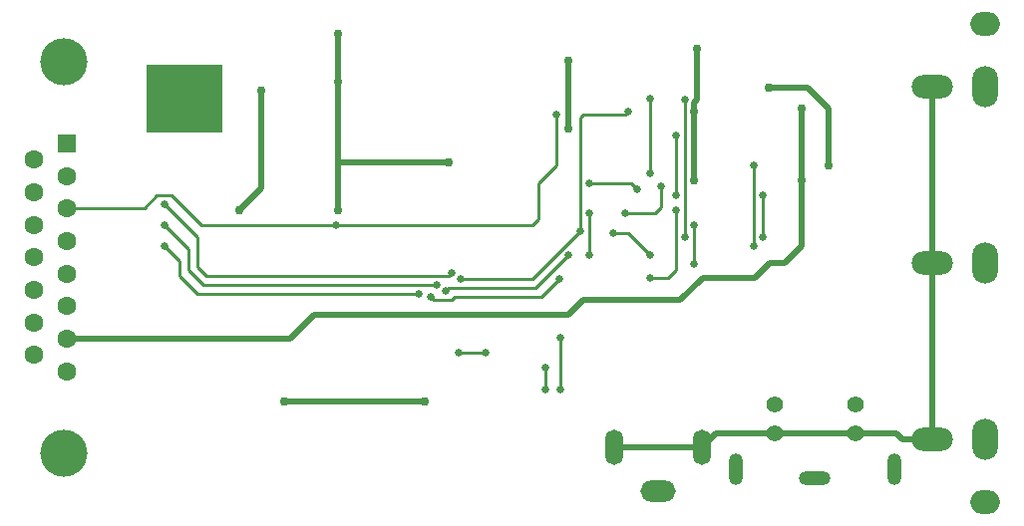
<source format=gbl>
G04 #@! TF.FileFunction,Copper,L2,Bot,Signal*
%FSLAX46Y46*%
G04 Gerber Fmt 4.6, Leading zero omitted, Abs format (unit mm)*
G04 Created by KiCad (PCBNEW 4.0.7) date 02/27/18 10:57:39*
%MOMM*%
%LPD*%
G01*
G04 APERTURE LIST*
%ADD10C,0.100000*%
%ADD11O,1.200000X2.700000*%
%ADD12C,1.400000*%
%ADD13O,2.700000X1.200000*%
%ADD14O,2.200000X3.500000*%
%ADD15O,3.500000X2.000000*%
%ADD16O,2.500000X2.000000*%
%ADD17R,6.400000X5.800000*%
%ADD18R,1.600000X1.600000*%
%ADD19C,1.600000*%
%ADD20C,4.000000*%
%ADD21O,1.500000X3.000000*%
%ADD22O,3.000000X1.800000*%
%ADD23C,0.635000*%
%ADD24C,0.762000*%
%ADD25C,0.508000*%
%ADD26C,0.254000*%
G04 APERTURE END LIST*
D10*
D11*
X133585000Y-113395000D03*
X147085000Y-113395000D03*
D12*
X136935000Y-107895000D03*
X143735000Y-107895000D03*
X136935000Y-110395000D03*
X143735000Y-110395000D03*
D13*
X140335000Y-114195000D03*
D14*
X154805000Y-95885000D03*
X154805000Y-110885000D03*
X154805000Y-80885000D03*
D15*
X150305000Y-95885000D03*
X150305000Y-110885000D03*
X150305000Y-80885000D03*
D16*
X154805000Y-75585000D03*
X154805000Y-116185000D03*
D17*
X86800000Y-81915000D03*
D18*
X76835000Y-85725000D03*
D19*
X76835000Y-88495000D03*
X76835000Y-91265000D03*
X76835000Y-94035000D03*
X76835000Y-96805000D03*
X76835000Y-99575000D03*
X76835000Y-102345000D03*
X76835000Y-105115000D03*
X73995000Y-87110000D03*
X73995000Y-89880000D03*
X73995000Y-92650000D03*
X73995000Y-95420000D03*
X73995000Y-98190000D03*
X73995000Y-100960000D03*
X73995000Y-103730000D03*
D20*
X76535000Y-78770000D03*
X76535000Y-112070000D03*
D21*
X130750000Y-111600000D03*
D22*
X127000000Y-115300000D03*
D21*
X123250000Y-111600000D03*
D23*
X85090000Y-80010000D03*
X86995000Y-80010000D03*
X88900000Y-80010000D03*
X85090000Y-81915000D03*
X86995000Y-81915000D03*
X88900000Y-81915000D03*
X85090000Y-83820000D03*
X86995000Y-83820000D03*
X88900000Y-83820000D03*
X107696000Y-98806000D03*
X108966000Y-98298000D03*
X110236000Y-97282000D03*
X106680000Y-98552000D03*
X108204000Y-97790000D03*
X109474000Y-96774000D03*
D24*
X119380000Y-84455000D03*
X119380000Y-78740000D03*
X136398000Y-81026000D03*
X141478000Y-87630000D03*
X109220000Y-87376000D03*
X99822000Y-80518000D03*
X107188000Y-107696000D03*
X95250000Y-107696000D03*
X99822000Y-91440000D03*
X99822000Y-76454000D03*
X93345000Y-81280000D03*
X91440000Y-91440000D03*
X130302000Y-77724000D03*
X130048000Y-83058000D03*
X130048000Y-88900000D03*
D23*
X99695000Y-92710000D03*
X118364000Y-83312000D03*
D24*
X139192000Y-88900000D03*
X139192000Y-82804000D03*
D23*
X112395000Y-103505000D03*
X110109000Y-103505000D03*
X117475000Y-106680000D03*
X117475000Y-104775000D03*
X118745000Y-106680000D03*
X118745000Y-102235000D03*
X127254000Y-89408000D03*
X121158000Y-95250000D03*
X124206000Y-91694000D03*
X121158000Y-91694000D03*
X123190000Y-93345000D03*
X126365000Y-95250000D03*
X135128000Y-94488000D03*
X135128000Y-87630000D03*
X135890000Y-93726000D03*
X135890000Y-90170000D03*
X129286000Y-82042000D03*
X129286000Y-93726000D03*
X128524000Y-85090000D03*
X128524000Y-90170000D03*
X128524000Y-91440000D03*
X126365000Y-97155000D03*
X130048000Y-92710000D03*
X130048000Y-96012000D03*
X85090000Y-90932000D03*
X85090000Y-92710000D03*
X85090000Y-94488000D03*
X119380000Y-95250000D03*
X124460000Y-83058000D03*
X120396000Y-93218000D03*
X118618000Y-97282000D03*
X121158000Y-89154000D03*
X125222000Y-89662000D03*
X126365000Y-88265000D03*
X126365000Y-81915000D03*
D25*
X143735000Y-110395000D02*
X147225000Y-110395000D01*
X147715000Y-110885000D02*
X150305000Y-110885000D01*
X147225000Y-110395000D02*
X147715000Y-110885000D01*
X136935000Y-110395000D02*
X143735000Y-110395000D01*
X136935000Y-110395000D02*
X131955000Y-110395000D01*
X131955000Y-110395000D02*
X130750000Y-111600000D01*
X130750000Y-111600000D02*
X123250000Y-111600000D01*
X150305000Y-95885000D02*
X150305000Y-110885000D01*
X150305000Y-80885000D02*
X150305000Y-95885000D01*
X119380000Y-84455000D02*
X119380000Y-78740000D01*
X139700000Y-81026000D02*
X136398000Y-81026000D01*
X141478000Y-82804000D02*
X139700000Y-81026000D01*
X141478000Y-87630000D02*
X141478000Y-82804000D01*
X99822000Y-87376000D02*
X109220000Y-87376000D01*
X95250000Y-107696000D02*
X107188000Y-107696000D01*
X99822000Y-87376000D02*
X99822000Y-91440000D01*
X99822000Y-76454000D02*
X99822000Y-80518000D01*
X99822000Y-80518000D02*
X99822000Y-87376000D01*
X93345000Y-89535000D02*
X93345000Y-81280000D01*
X91440000Y-91440000D02*
X93345000Y-89535000D01*
X130048000Y-82296000D02*
X130302000Y-82042000D01*
X130048000Y-82296000D02*
X130048000Y-83058000D01*
X130302000Y-82042000D02*
X130302000Y-77724000D01*
X130048000Y-83058000D02*
X130048000Y-88900000D01*
D26*
X99695000Y-92710000D02*
X116332000Y-92710000D01*
X118364000Y-87630000D02*
X118364000Y-83312000D01*
X116840000Y-89154000D02*
X118364000Y-87630000D01*
X116840000Y-92202000D02*
X116840000Y-89154000D01*
X116332000Y-92710000D02*
X116840000Y-92202000D01*
X76835000Y-91265000D02*
X83360000Y-91265000D01*
X88265000Y-92710000D02*
X99695000Y-92710000D01*
X85725000Y-90170000D02*
X88265000Y-92710000D01*
X84455000Y-90170000D02*
X85725000Y-90170000D01*
X83360000Y-91265000D02*
X84455000Y-90170000D01*
D25*
X113030000Y-100330000D02*
X119380000Y-100330000D01*
X95775000Y-102345000D02*
X97790000Y-100330000D01*
X97790000Y-100330000D02*
X113030000Y-100330000D01*
X76835000Y-102345000D02*
X95775000Y-102345000D01*
X139192000Y-94488000D02*
X139192000Y-88900000D01*
X137795000Y-95885000D02*
X139192000Y-94488000D01*
X136525000Y-95885000D02*
X137795000Y-95885000D01*
X135255000Y-97155000D02*
X136525000Y-95885000D01*
X130810000Y-97155000D02*
X135255000Y-97155000D01*
X128905000Y-99060000D02*
X130810000Y-97155000D01*
X120650000Y-99060000D02*
X128905000Y-99060000D01*
X119380000Y-100330000D02*
X120650000Y-99060000D01*
X139192000Y-82804000D02*
X139192000Y-88900000D01*
D26*
X110109000Y-103505000D02*
X112395000Y-103505000D01*
X117475000Y-106680000D02*
X117475000Y-104775000D01*
X118745000Y-106680000D02*
X118745000Y-102235000D01*
X121158000Y-95250000D02*
X121158000Y-91694000D01*
X127254000Y-91186000D02*
X126746000Y-91694000D01*
X127254000Y-89408000D02*
X127254000Y-91186000D01*
X124206000Y-91694000D02*
X126746000Y-91694000D01*
X124460000Y-93345000D02*
X123190000Y-93345000D01*
X126365000Y-95250000D02*
X124460000Y-93345000D01*
X135128000Y-94488000D02*
X135128000Y-87630000D01*
X135890000Y-93726000D02*
X135890000Y-90170000D01*
X129286000Y-82042000D02*
X129286000Y-93726000D01*
X128524000Y-90170000D02*
X128524000Y-85090000D01*
X127889000Y-97155000D02*
X126365000Y-97155000D01*
X127889000Y-97155000D02*
X128524000Y-96520000D01*
X128524000Y-96520000D02*
X128524000Y-91440000D01*
X130048000Y-96012000D02*
X130048000Y-92710000D01*
X109220000Y-97028000D02*
X109474000Y-96774000D01*
X88646000Y-97028000D02*
X109220000Y-97028000D01*
X87884000Y-96266000D02*
X88646000Y-97028000D01*
X87884000Y-93726000D02*
X87884000Y-96266000D01*
X85090000Y-90932000D02*
X87884000Y-93726000D01*
X88392000Y-97790000D02*
X108204000Y-97790000D01*
X87122000Y-96520000D02*
X88392000Y-97790000D01*
X87122000Y-94742000D02*
X87122000Y-96520000D01*
X85090000Y-92710000D02*
X87122000Y-94742000D01*
X87884000Y-98552000D02*
X106680000Y-98552000D01*
X86360000Y-97028000D02*
X87884000Y-98552000D01*
X86360000Y-95758000D02*
X86360000Y-97028000D01*
X85090000Y-94488000D02*
X86360000Y-95758000D01*
X112776000Y-98044000D02*
X116586000Y-98044000D01*
X108966000Y-98298000D02*
X109220000Y-98044000D01*
X109220000Y-98044000D02*
X112776000Y-98044000D01*
X116586000Y-98044000D02*
X119380000Y-95250000D01*
X112776000Y-97282000D02*
X116332000Y-97282000D01*
X110236000Y-97282000D02*
X112776000Y-97282000D01*
X116332000Y-97282000D02*
X120396000Y-93218000D01*
X124206000Y-83312000D02*
X124460000Y-83058000D01*
X120650000Y-83312000D02*
X124206000Y-83312000D01*
X120396000Y-83566000D02*
X120650000Y-83312000D01*
X120396000Y-93218000D02*
X120396000Y-83566000D01*
X117094000Y-98806000D02*
X112522000Y-98806000D01*
X118618000Y-97282000D02*
X117094000Y-98806000D01*
X124714000Y-89154000D02*
X121158000Y-89154000D01*
X125222000Y-89662000D02*
X124714000Y-89154000D01*
X126365000Y-81915000D02*
X126365000Y-88265000D01*
X107696000Y-98806000D02*
X107950000Y-99060000D01*
X107950000Y-99060000D02*
X109474000Y-99060000D01*
X109474000Y-99060000D02*
X109728000Y-98806000D01*
X109728000Y-98806000D02*
X112522000Y-98806000D01*
X112522000Y-98806000D02*
X112776000Y-98806000D01*
M02*

</source>
